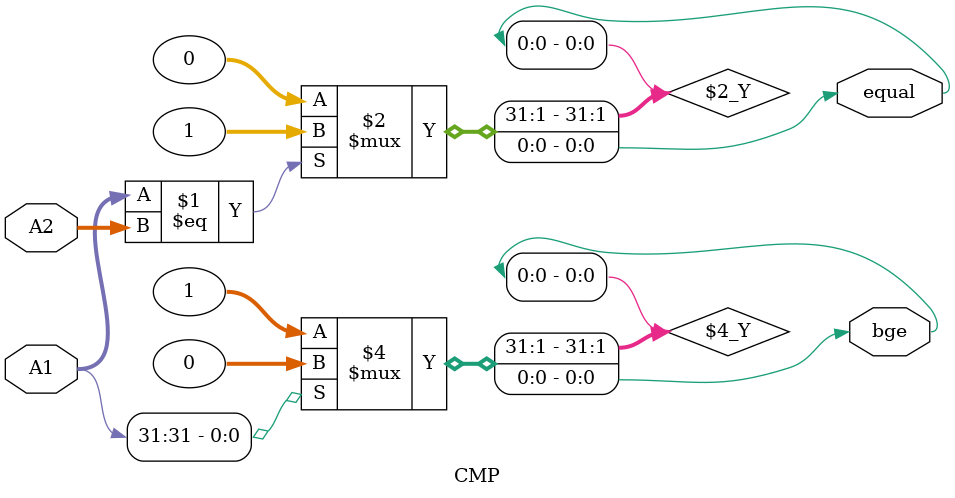
<source format=v>
`timescale 1ns / 1ps
module CMP(
    input [31:0] A1,
	 input [31:0] A2,
	 output equal,
	 output bge
	 );
	 
	 assign equal = (A1==A2)?1:0;
	 assign bge = (A1[31]==0)?1:0;

endmodule

</source>
